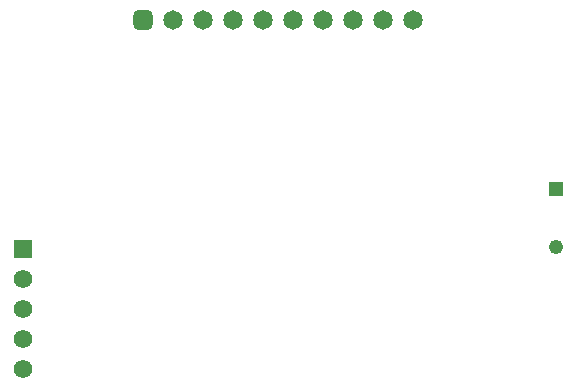
<source format=gbr>
G04*
G04 #@! TF.GenerationSoftware,Altium Limited,Altium Designer,24.0.1 (36)*
G04*
G04 Layer_Color=255*
%FSLAX25Y25*%
%MOIN*%
G70*
G04*
G04 #@! TF.SameCoordinates,852D5C1C-0582-447D-AFC5-A22B4F0E1159*
G04*
G04*
G04 #@! TF.FilePolarity,Positive*
G04*
G01*
G75*
%ADD49C,0.04800*%
%ADD50R,0.04800X0.04800*%
%ADD51C,0.06181*%
%ADD52R,0.06181X0.06181*%
%ADD56C,0.06496*%
G04:AMPARAMS|DCode=57|XSize=64.96mil|YSize=64.96mil|CornerRadius=16.24mil|HoleSize=0mil|Usage=FLASHONLY|Rotation=180.000|XOffset=0mil|YOffset=0mil|HoleType=Round|Shape=RoundedRectangle|*
%AMROUNDEDRECTD57*
21,1,0.06496,0.03248,0,0,180.0*
21,1,0.03248,0.06496,0,0,180.0*
1,1,0.03248,-0.01624,0.01624*
1,1,0.03248,0.01624,0.01624*
1,1,0.03248,0.01624,-0.01624*
1,1,0.03248,-0.01624,-0.01624*
%
%ADD57ROUNDEDRECTD57*%
D49*
X212500Y205787D02*
D03*
D50*
Y225000D02*
D03*
D51*
X35000Y165000D02*
D03*
Y175000D02*
D03*
Y185000D02*
D03*
Y195000D02*
D03*
D52*
Y205000D02*
D03*
D56*
X125000Y281594D02*
D03*
X115000D02*
D03*
X105000D02*
D03*
X85000D02*
D03*
X95000D02*
D03*
X135000D02*
D03*
X145000D02*
D03*
X155000D02*
D03*
X165000D02*
D03*
D57*
X75000D02*
D03*
M02*

</source>
